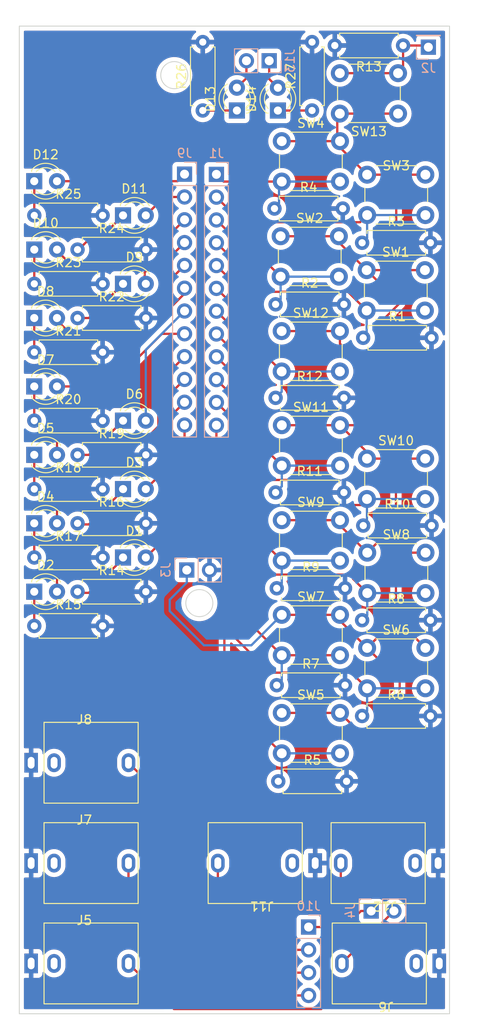
<source format=kicad_pcb>
(kicad_pcb (version 20211014) (generator pcbnew)
  (layers (0 "F.Cu" signal) (31 "B.Cu" signal) (34 "B.Paste" user) (35 "F.Paste" user) (36 "B.SilkS" user "B.Silkscreen") (37 "F.SilkS" user "F.Silkscreen") (38 "B.Mask" user) (39 "F.Mask" user) (44 "Edge.Cuts" user))
  (net 0 "")
  (net 1 "Net-(D1-Pad1)")
  (net 2 "Net-(D1-Pad2)")
  (net 3 "Net-(D2-Pad1)")
  (net 4 "Net-(D2-Pad2)")
  (net 5 "Net-(D3-Pad1)")
  (net 6 "Net-(D3-Pad2)")
  (net 7 "Net-(D4-Pad1)")
  (net 8 "Net-(D4-Pad2)")
  (net 9 "Net-(D5-Pad1)")
  (net 10 "Net-(D5-Pad2)")
  (net 11 "Net-(D6-Pad1)")
  (net 12 "Net-(D6-Pad2)")
  (net 13 "Net-(D7-Pad1)")
  (net 14 "Net-(D7-Pad2)")
  (net 15 "Net-(D8-Pad1)")
  (net 16 "Net-(D8-Pad2)")
  (net 17 "Net-(D9-Pad1)")
  (net 18 "Net-(D9-Pad2)")
  (net 19 "Net-(D10-Pad1)")
  (net 20 "Net-(D10-Pad2)")
  (net 21 "Net-(D11-Pad1)")
  (net 22 "Net-(D11-Pad2)")
  (net 23 "Net-(D12-Pad1)")
  (net 24 "Net-(D12-Pad2)")
  (net 25 "Net-(D13-Pad1)")
  (net 26 "Net-(D13-Pad2)")
  (net 27 "Net-(R4-Pad1)")
  (net 28 "Net-(R3-Pad1)")
  (net 29 "Net-(R2-Pad1)")
  (net 30 "Net-(R1-Pad1)")
  (net 31 "Net-(R12-Pad1)")
  (net 32 "Net-(R11-Pad1)")
  (net 33 "Net-(R10-Pad1)")
  (net 34 "Net-(R9-Pad1)")
  (net 35 "Net-(R8-Pad1)")
  (net 36 "Net-(R7-Pad1)")
  (net 37 "Net-(R6-Pad1)")
  (net 38 "Net-(R5-Pad1)")
  (net 39 "Net-(R13-Pad1)")
  (net 40 "+5V")
  (net 41 "GND")
  (net 42 "Net-(J10-Pad4)")
  (net 43 "Net-(J10-Pad3)")
  (net 44 "Net-(J10-Pad1)")
  (net 45 "Net-(J10-Pad2)")
  (net 46 "Net-(J4-Pad1)")
  (net 47 "Net-(J4-Pad2)")
  (net 48 "Net-(D14-Pad1)")
  (net 49 "Net-(D14-Pad2)")
  (footprint "Button_Switch_THT:SW_PUSH_6mm" (layer "F.Cu") (at 54.168 76.425)
    (fp_text reference "SW8")
    (fp_text value "SW_Push")
  )
  (footprint "Button_Switch_THT:SW_PUSH_6mm" (layer "F.Cu") (at 54.154 87.031)
    (fp_text reference "SW6")
    (fp_text value "SW_Push")
  )
  (footprint "Button_Switch_THT:SW_PUSH_6mm" (layer "F.Cu") (at 54.154 34.326)
    (fp_text reference "SW3")
    (fp_text value "SW_Push")
  )
  (footprint "Resistor_THT:R_Axial_DIN0207_L6.3mm_D2.5mm_P7.62mm_Horizontal" (layer "F.Cu") (at 17.018 54.102)
    (fp_text reference "R21")
    (fp_text value "220")
  )
  (footprint "Button_Switch_THT:SW_PUSH_6mm" (layer "F.Cu") (at 44.502 41.184)
    (fp_text reference "SW2")
    (fp_text value "SW_Push")
  )
  (footprint "Resistor_THT:R_Axial_DIN0207_L6.3mm_D2.5mm_P7.62mm_Horizontal" (layer "F.Cu") (at 58.166 19.939 180)
    (fp_text reference "R13")
    (fp_text value "10k")
  )
  (footprint "Button_Switch_THT:SW_PUSH_6mm" (layer "F.Cu") (at 54.102 44.958)
    (fp_text reference "SW1")
    (fp_text value "SW_Push")
  )
  (footprint "Button_Switch_THT:SW_PUSH_6mm" (layer "F.Cu") (at 44.629 30.594)
    (fp_text reference "SW4")
    (fp_text value "SW_Push")
  )
  (footprint "Eurorack:Thonkiconn" (layer "F.Cu") (at 56.261 122.174 180)
    (fp_text reference "J6")
    (fp_text value "AudioJack2")
  )
  (footprint "LED_THT:LED_D3.0mm" (layer "F.Cu") (at 17.013 50.292)
    (fp_text reference "D8")
    (fp_text value "LED")
  )
  (footprint "Resistor_THT:R_Axial_DIN0207_L6.3mm_D2.5mm_P7.62mm_Horizontal" (layer "F.Cu") (at 43.815 38.1)
    (fp_text reference "R4")
    (fp_text value "10k")
  )
  (footprint "LED_THT:LED_D3.0mm" (layer "F.Cu") (at 17.013 73.152)
    (fp_text reference "D4")
    (fp_text value "LED")
  )
  (footprint "Button_Switch_THT:SW_PUSH_6mm" (layer "F.Cu") (at 44.629 83.348)
    (fp_text reference "SW7")
    (fp_text value "SW_Push")
  )
  (footprint "Resistor_THT:R_Axial_DIN0207_L6.3mm_D2.5mm_P7.62mm_Horizontal" (layer "F.Cu") (at 17.018 38.862)
    (fp_text reference "R25")
    (fp_text value "220")
  )
  (footprint "Resistor_THT:R_Axial_DIN0207_L6.3mm_D2.5mm_P7.62mm_Horizontal" (layer "F.Cu") (at 17.018 69.342)
    (fp_text reference "R18")
    (fp_text value "220")
  )
  (footprint "Resistor_THT:R_Axial_DIN0207_L6.3mm_D2.5mm_P7.62mm_Horizontal" (layer "F.Cu") (at 21.844 50.292)
    (fp_text reference "R22")
    (fp_text value "220")
  )
  (footprint "Resistor_THT:R_Axial_DIN0207_L6.3mm_D2.5mm_P7.62mm_Horizontal" (layer "F.Cu") (at 21.844 80.772)
    (fp_text reference "R14")
    (fp_text value "220")
  )
  (footprint "LED_THT:LED_D3.0mm" (layer "F.Cu") (at 26.919 76.962)
    (fp_text reference "D1")
    (fp_text value "LED")
  )
  (footprint "Resistor_THT:R_Axial_DIN0207_L6.3mm_D2.5mm_P7.62mm_Horizontal" (layer "F.Cu") (at 53.721 73.406)
    (fp_text reference "R10")
    (fp_text value "10k")
  )
  (footprint "Resistor_THT:R_Axial_DIN0207_L6.3mm_D2.5mm_P7.62mm_Horizontal" (layer "F.Cu") (at 44.069 80.391)
    (fp_text reference "R9")
    (fp_text value "10k")
  )
  (footprint "Resistor_THT:R_Axial_DIN0207_L6.3mm_D2.5mm_P7.62mm_Horizontal" (layer "F.Cu") (at 43.942 69.723)
    (fp_text reference "R11")
    (fp_text value "10k")
  )
  (footprint "Eurorack:Thonkiconn" (layer "F.Cu") (at 56.134 110.998 180)
    (fp_text reference "J12")
    (fp_text value "AudioJack2")
  )
  (footprint "Eurorack:Thonkiconn" (layer "F.Cu") (at 22.606 99.822)
    (fp_text reference "J8")
    (fp_text value "AudioJack2")
  )
  (footprint "Resistor_THT:R_Axial_DIN0207_L6.3mm_D2.5mm_P7.62mm_Horizontal" (layer "F.Cu") (at 44.239 101.892)
    (fp_text reference "R5")
    (fp_text value "10k")
  )
  (footprint "Button_Switch_THT:SW_PUSH_6mm" (layer "F.Cu") (at 44.618 51.746)
    (fp_text reference "SW12")
    (fp_text value "SW_Push")
  )
  (footprint "Resistor_THT:R_Axial_DIN0207_L6.3mm_D2.5mm_P7.62mm_Horizontal" (layer "F.Cu") (at 21.844 65.532)
    (fp_text reference "R19")
    (fp_text value "220")
  )
  (footprint "LED_THT:LED_D3.0mm" (layer "F.Cu") (at 44.196 27.183 90)
    (fp_text reference "D14")
    (fp_text value "LED")
  )
  (footprint "Resistor_THT:R_Axial_DIN0207_L6.3mm_D2.5mm_P7.62mm_Horizontal" (layer "F.Cu") (at 35.814 27.178 90)
    (fp_text reference "R26")
    (fp_text value "220")
  )
  (footprint "LED_THT:LED_D3.0mm" (layer "F.Cu") (at 17.013 57.912)
    (fp_text reference "D7")
    (fp_text value "LED")
  )
  (footprint "Button_Switch_THT:SW_PUSH_6mm" (layer "F.Cu") (at 44.635 62.229)
    (fp_text reference "SW11")
    (fp_text value "SW_Push")
  )
  (footprint "Resistor_THT:R_Axial_DIN0207_L6.3mm_D2.5mm_P7.62mm_Horizontal" (layer "F.Cu") (at 43.942 59.182)
    (fp_text reference "R12")
    (fp_text value "10k")
  )
  (footprint "Eurorack:Thonkiconn" (layer "F.Cu") (at 22.606 122.174)
    (fp_text reference "J5")
    (fp_text value "AudioJack2")
  )
  (footprint "LED_THT:LED_D3.0mm" (layer "F.Cu") (at 39.624 27.178 90)
    (fp_text reference "D13")
    (fp_text value "LED")
  )
  (footprint "LED_THT:LED_D3.0mm" (layer "F.Cu") (at 17.013 65.532)
    (fp_text reference "D5")
    (fp_text value "LED")
  )
  (footprint "Resistor_THT:R_Axial_DIN0207_L6.3mm_D2.5mm_P7.62mm_Horizontal" (layer "F.Cu") (at 43.942 48.768)
    (fp_text reference "R2")
    (fp_text value "10k")
  )
  (footprint "Resistor_THT:R_Axial_DIN0207_L6.3mm_D2.5mm_P7.62mm_Horizontal" (layer "F.Cu") (at 44.069 91.186)
    (fp_text reference "R7")
    (fp_text value "10k")
  )
  (footprint "Resistor_THT:R_Axial_DIN0207_L6.3mm_D2.5mm_P7.62mm_Horizontal" (layer "F.Cu") (at 17.018 46.482)
    (fp_text reference "R23")
    (fp_text value "220")
  )
  (footprint "LED_THT:LED_D3.0mm" (layer "F.Cu") (at 17.018 42.672)
    (fp_text reference "D10")
    (fp_text value "LED")
  )
  (footprint "Resistor_THT:R_Axial_DIN0207_L6.3mm_D2.5mm_P7.62mm_Horizontal" (layer "F.Cu") (at 17.018 84.582)
    (fp_text reference "R15")
    (fp_text value "220")
  )
  (footprint "LED_THT:LED_D3.0mm" (layer "F.Cu") (at 26.919 69.342)
    (fp_text reference "D3")
    (fp_text value "LED")
  )
  (footprint "Resistor_THT:R_Axial_DIN0207_L6.3mm_D2.5mm_P7.62mm_Horizontal" (layer "F.Cu") (at 21.844 73.152)
    (fp_text reference "R16")
    (fp_text value "220")
  )
  (footprint "Button_Switch_THT:SW_PUSH_6mm" (layer "F.Cu") (at 57.606 27.523 180)
    (fp_text reference "SW13")
    (fp_text value "SW_Push")
  )
  (footprint "Button_Switch_THT:SW_PUSH_6mm" (layer "F.Cu") (at 44.629 94.27)
    (fp_text reference "SW5")
    (fp_text value "SW_Push")
  )
  (footprint "Button_Switch_THT:SW_PUSH_6mm" (layer "F.Cu") (at 54.134 65.949)
    (fp_text reference "SW10")
    (fp_text value "SW_Push")
  )
  (footprint "LED_THT:LED_D3.0mm" (layer "F.Cu") (at 17.013 35.052)
    (fp_text reference "D12")
    (fp_text value "LED")
  )
  (footprint "Resistor_THT:R_Axial_DIN0207_L6.3mm_D2.5mm_P7.62mm_Horizontal" (layer "F.Cu") (at 17.018 76.962)
    (fp_text reference "R17")
    (fp_text value "220")
  )
  (footprint "Resistor_THT:R_Axial_DIN0207_L6.3mm_D2.5mm_P7.62mm_Horizontal" (layer "F.Cu") (at 17.018 61.722)
    (fp_text reference "R20")
    (fp_text value "220")
  )
  (footprint "LED_THT:LED_D3.0mm" (layer "F.Cu") (at 26.919 46.482)
    (fp_text reference "D9")
    (fp_text value "LED")
  )
  (footprint "Eurorack:Thonkiconn" (layer "F.Cu") (at 22.606 110.998)
    (fp_text reference "J7")
    (fp_text value "AudioJack2")
  )
  (footprint "Resistor_THT:R_Axial_DIN0207_L6.3mm_D2.5mm_P7.62mm_Horizontal" (layer "F.Cu") (at 21.844 42.672)
    (fp_text reference "R24")
    (fp_text value "220")
  )
  (footprint "LED_THT:LED_D3.0mm" (layer "F.Cu") (at 26.919 61.722)
    (fp_text reference "D6")
    (fp_text value "LED")
  )
  (footprint "Resistor_THT:R_Axial_DIN0207_L6.3mm_D2.5mm_P7.62mm_Horizontal" (layer "F.Cu") (at 48.006 27.178 90)
    (fp_text reference "R27")
    (fp_text value "220")
  )
  (footprint "Eurorack:Thonkiconn" (layer "F.Cu") (at 42.418 110.998 180)
    (fp_text reference "J11")
    (fp_text value "AudioJack2")
  )
  (footprint "LED_THT:LED_D3.0mm" (layer "F.Cu") (at 26.919 38.862)
    (fp_text reference "D11")
    (fp_text value "LED")
  )
  (footprint "Resistor_THT:R_Axial_DIN0207_L6.3mm_D2.5mm_P7.62mm_Horizontal" (layer "F.Cu") (at 53.594 41.91)
    (fp_text reference "R3")
    (fp_text value "10k")
  )
  (footprint "Resistor_THT:R_Axial_DIN0207_L6.3mm_D2.5mm_P7.62mm_Horizontal" (layer "F.Cu") (at 53.594 94.615)
    (fp_text reference "R6")
    (fp_text value "10k")
  )
  (footprint "LED_THT:LED_D3.0mm" (layer "F.Cu") (at 17.013 80.772)
    (fp_text reference "D2")
    (fp_text value "LED")
  )
  (footprint "Resistor_THT:R_Axial_DIN0207_L6.3mm_D2.5mm_P7.62mm_Horizontal" (layer "F.Cu") (at 53.712 52.494)
    (fp_text reference "R1")
    (fp_text value "10k")
  )
  (footprint "Resistor_THT:R_Axial_DIN0207_L6.3mm_D2.5mm_P7.62mm_Horizontal" (layer "F.Cu") (at 53.594 83.947)
    (fp_text reference "R8")
    (fp_text value "10k")
  )
  (footprint "Button_Switch_THT:SW_PUSH_6mm" (layer "F.Cu") (at 44.629 72.807)
    (fp_text reference "SW9")
    (fp_text value "SW_Push")
  )
  (footprint "Connector_PinHeader_2.54mm:PinHeader_1x12_P2.54mm_Vertical" (layer "B.Cu") (at 37.338 34.29 180)
    (fp_text reference "J1")
    (fp_text value "Conn_01x12_Male")
  )
  (footprint "Connector_PinHeader_2.54mm:PinHeader_1x02_P2.54mm_Vertical" (layer "B.Cu") (at 43.227 21.64 90)
    (fp_text reference "J13")
    (fp_text value "Conn_01x02_Male")
  )
  (footprint "Connector_PinHeader_2.54mm:PinHeader_1x02_P2.54mm_Vertical" (layer "B.Cu") (at 34.031 78.359 -90)
    (fp_text reference "J3")
    (fp_text value "Conn_01x02_Male")
  )
  (footprint "Connector_PinHeader_2.54mm:PinHeader_1x04_P2.54mm_Vertical" (layer "B.Cu") (at 47.625 118.12 180)
    (fp_text reference "J10")
    (fp_text value "Conn_01x04_Male")
  )
  (footprint "Connector_PinHeader_2.54mm:PinHeader_1x12_P2.54mm_Vertical" (layer "B.Cu") (at 33.782 34.27 180)
    (fp_text reference "J9")
    (fp_text value "Conn_01x12_Male")
  )
  (footprint "Connector_PinHeader_2.54mm:PinHeader_1x02_P2.54mm_Vertical" (layer "B.Cu") (at 54.605 116.332 -90)
    (fp_text reference "J4")
    (fp_text value "Conn_01x02_Male")
  )
  (footprint "Connector_PinHeader_2.54mm:PinHeader_1x01_P2.54mm_Vertical" (layer "B.Cu") (at 60.986 20.128)
    (fp_text reference "J2")
    (fp_text value "Conn_01x01_Male")
  )
  (gr_circle (center 35.433 82.042) (end 36.943 82.042) (layer "Edge.Cuts") (width 0.1) (fill none))
  (gr_rect (start 15.346 17.78) (end 63.346 127.78) (layer "Edge.Cuts") (width 0.1) (fill none))
  (gr_circle (center 32.639 23.241) (end 34.149 23.241) (layer "Edge.Cuts") (width 0.1) (fill none))
  (segment (start 26.919 77.089) (end 23.109 80.899) (width 0.25) (layer "F.Cu") (net 1))
  (segment (start 23.109 80.899) (end 21.971 80.899) (width 0.25) (layer "F.Cu") (net 1))
  (segment (start 33.782 72.639) (end 29.459 76.962) (width 0.25) (layer "F.Cu") (net 2))
  (segment (start 33.782 62.21) (end 33.782 72.639) (width 0.25) (layer "F.Cu") (net 2))
  (segment (start 17.013 84.577) (end 17.018 84.582) (width 0.25) (layer "F.Cu") (net 3))
  (segment (start 17.013 80.772) (end 17.013 84.577) (width 0.25) (layer "F.Cu") (net 3))
  (segment (start 33.782 59.67) (end 32.004 61.448) (width 0.25) (layer "F.Cu") (net 4))
  (segment (start 26.162 71.628) (end 19.553 78.237) (width 0.25) (layer "F.Cu") (net 4))
  (segment (start 32.004 69.088) (end 29.464 71.628) (width 0.25) (layer "F.Cu") (net 4))
  (segment (start 32.004 61.448) (end 32.004 69.088) (width 0.25) (layer "F.Cu") (net 4))
  (segment (start 29.464 71.628) (end 26.162 71.628) (width 0.25) (layer "F.Cu") (net 4))
  (segment (start 19.553 78.237) (end 19.553 80.772) (width 0.25) (layer "F.Cu") (net 4))
  (segment (start 23.109 73.279) (end 21.971 73.279) (width 0.25) (layer "F.Cu") (net 5))
  (segment (start 26.919 69.469) (end 23.109 73.279) (width 0.25) (layer "F.Cu") (net 5))
  (segment (start 33.782 57.13) (end 31.496 59.416) (width 0.25) (layer "F.Cu") (net 6))
  (segment (start 31.496 59.416) (end 31.496 67.305) (width 0.25) (layer "F.Cu") (net 6))
  (segment (start 31.496 67.305) (end 29.459 69.342) (width 0.25) (layer "F.Cu") (net 6))
  (segment (start 17.013 76.957) (end 17.018 76.962) (width 0.25) (layer "F.Cu") (net 7))
  (segment (start 17.013 73.152) (end 17.013 76.957) (width 0.25) (layer "F.Cu") (net 7))
  (segment (start 17.018 73.157) (end 17.013 73.152) (width 0.25) (layer "F.Cu") (net 7))
  (segment (start 29.464 63.754) (end 26.289 63.754) (width 0.25) (layer "F.Cu") (net 8))
  (segment (start 26.289 63.754) (end 19.553 70.49) (width 0.25) (layer "F.Cu") (net 8))
  (segment (start 33.782 54.59) (end 30.861 57.511) (width 0.25) (layer "F.Cu") (net 8))
  (segment (start 19.553 70.49) (end 19.553 73.152) (width 0.25) (layer "F.Cu") (net 8))
  (segment (start 30.861 57.511) (end 30.861 62.357) (width 0.25) (layer "F.Cu") (net 8))
  (segment (start 30.861 62.357) (end 29.464 63.754) (width 0.25) (layer "F.Cu") (net 8))
  (segment (start 17.013 65.532) (end 17.013 69.337) (width 0.25) (layer "F.Cu") (net 9))
  (segment (start 17.018 65.537) (end 17.013 65.532) (width 0.25) (layer "F.Cu") (net 9))
  (segment (start 31.262 52.05) (end 19.553 63.759) (width 0.25) (layer "F.Cu") (net 10))
  (segment (start 19.553 63.759) (end 19.553 65.532) (width 0.25) (layer "F.Cu") (net 10))
  (segment (start 33.782 52.05) (end 31.262 52.05) (width 0.25) (layer "F.Cu") (net 10))
  (segment (start 23.109 65.532) (end 21.844 65.532) (width 0.25) (layer "F.Cu") (net 11))
  (segment (start 26.919 61.722) (end 23.109 65.532) (width 0.25) (layer "F.Cu") (net 11))
  (segment (start 29.459 53.833) (end 29.459 61.722) (width 0.25) (layer "B.Cu") (net 12))
  (segment (start 33.782 49.51) (end 29.459 53.833) (width 0.25) (layer "B.Cu") (net 12))
  (segment (start 17.013 57.912) (end 17.013 61.717) (width 0.25) (layer "F.Cu") (net 13))
  (segment (start 33.782 46.97) (end 33.782 47.564991) (width 0.25) (layer "F.Cu") (net 14))
  (segment (start 22.987 57.912) (end 19.553 57.912) (width 0.25) (layer "F.Cu") (net 14))
  (segment (start 29.591 52.451) (end 28.448 52.451) (width 0.25) (layer "F.Cu") (net 14))
  (segment (start 33.782 47.564991) (end 30.861 50.485991) (width 0.25) (layer "F.Cu") (net 14))
  (segment (start 30.861 51.181) (end 29.591 52.451) (width 0.25) (layer "F.Cu") (net 14))
  (segment (start 28.448 52.451) (end 22.987 57.912) (width 0.25) (layer "F.Cu") (net 14))
  (segment (start 30.861 50.485991) (end 30.861 51.181) (width 0.25) (layer "F.Cu") (net 14))
  (segment (start 17.013 50.546) (end 17.013 54.351) (width 0.25) (layer "F.Cu") (net 15))
  (segment (start 17.013 54.351) (end 17.018 54.356) (width 0.25) (layer "F.Cu") (net 15))
  (segment (start 21.331 52.324) (end 19.553 50.546) (width 0.25) (layer "F.Cu") (net 16))
  (segment (start 27.432 48.387) (end 23.495 52.324) (width 0.25) (layer "F.Cu") (net 16))
  (segment (start 33.782 44.43) (end 29.825 48.387) (width 0.25) (layer "F.Cu") (net 16))
  (segment (start 29.825 48.387) (end 27.432 48.387) (width 0.25) (layer "F.Cu") (net 16))
  (segment (start 23.495 52.324) (end 21.331 52.324) (width 0.25) (layer "F.Cu") (net 16))
  (segment (start 23.109 50.292) (end 21.844 50.292) (width 0.25) (layer "F.Cu") (net 17))
  (segment (start 26.919 46.482) (end 23.109 50.292) (width 0.25) (layer "F.Cu") (net 17))
  (segment (start 33.782 41.89) (end 31.095 44.577) (width 0.25) (layer "F.Cu") (net 18))
  (segment (start 29.972 44.577) (end 29.332 45.217) (width 0.25) (layer "F.Cu") (net 18))
  (segment (start 31.095 44.577) (end 29.972 44.577) (width 0.25) (layer "F.Cu") (net 18))
  (segment (start 29.332 45.217) (end 29.332 46.609) (width 0.25) (layer "F.Cu") (net 18))
  (segment (start 17.018 46.482) (end 16.891 46.609) (width 0.25) (layer "F.Cu") (net 19))
  (segment (start 17.018 42.799) (end 17.018 46.482) (width 0.25) (layer "F.Cu") (net 19))
  (segment (start 27.051 41.021) (end 23.368 44.704) (width 0.25) (layer "F.Cu") (net 20))
  (segment (start 33.782 39.35) (end 32.111 41.021) (width 0.25) (layer "F.Cu") (net 20))
  (segment (start 21.463 44.704) (end 19.558 42.799) (width 0.25) (layer "F.Cu") (net 20))
  (segment (start 32.111 41.021) (end 27.051 41.021) (width 0.25) (layer "F.Cu") (net 20))
  (segment (start 23.368 44.704) (end 21.463 44.704) (width 0.25) (layer "F.Cu") (net 20))
  (segment (start 23.495 41.148) (end 24.633 41.148) (width 0.25) (layer "F.Cu") (net 21))
  (segment (start 21.844 42.799) (end 23.495 41.148) (width 0.25) (layer "F.Cu") (net 21))
  (segment (start 24.633 41.148) (end 26.919 38.862) (width 0.25) (layer "F.Cu") (net 21))
  (segment (start 31.511 36.81) (end 29.459 38.862) (width 0.25) (layer "F.Cu") (net 22))
  (segment (start 33.782 36.81) (end 31.511 36.81) (width 0.25) (layer "F.Cu") (net 22))
  (segment (start 17.018 38.862) (end 17.018 35.301) (width 0.25) (layer "F.Cu") (net 23))
  (segment (start 17.018 35.301) (end 17.267 35.052) (width 0.25) (layer "F.Cu") (net 23))
  (segment (start 33 35.052) (end 33.782 34.27) (width 0.25) (layer "F.Cu") (net 24))
  (segment (start 19.807 35.052) (end 33 35.052) (width 0.25) (layer "F.Cu") (net 24))
  (segment (start 39.624 27.178) (end 35.814 27.178) (width 0.25) (layer "F.Cu") (net 25))
  (segment (start 40.687 23.575) (end 39.624 24.638) (width 0.25) (layer "F.Cu") (net 26))
  (segment (start 40.687 21.64) (end 40.687 23.575) (width 0.25) (layer "F.Cu") (net 26))
  (segment (start 38.142 35.094) (end 37.338 34.29) (width 0.25) (layer "F.Cu") (net 27))
  (segment (start 44.323 35.094) (end 38.142 35.094) (width 0.25) (layer "F.Cu") (net 27))
  (segment (start 44.323 37.592) (end 43.815 38.1) (width 0.25) (layer "B.Cu") (net 27))
  (segment (start 44.323 35.094) (end 44.323 37.592) (width 0.25) (layer "B.Cu") (net 27))
  (segment (start 44.323 35.094) (end 50.823 35.094) (width 0.25) (layer "B.Cu") (net 27))
  (segment (start 53.356 39.624) (end 54.154 38.826) (width 0.25) (layer "F.Cu") (net 28))
  (segment (start 40.367 39.859) (end 43.58 39.859) (width 0.25) (layer "F.Cu") (net 28))
  (segment (start 37.338 36.83) (end 40.367 39.859) (width 0.25) (layer "F.Cu") (net 28))
  (segment (start 43.58 39.859) (end 43.815 39.624) (width 0.25) (layer "F.Cu") (net 28))
  (segment (start 43.815 39.624) (end 53.356 39.624) (width 0.25) (layer "F.Cu") (net 28))
  (segment (start 54.154 38.826) (end 60.654 38.826) (width 0.25) (layer "B.Cu") (net 28))
  (segment (start 54.154 38.826) (end 54.154 41.35) (width 0.25) (layer "B.Cu") (net 28))
  (segment (start 54.154 41.35) (end 53.594 41.91) (width 0.25) (layer "B.Cu") (net 28))
  (segment (start 42.037 43.219) (end 44.502 45.684) (width 0.25) (layer "F.Cu") (net 29))
  (segment (start 40.386 42.418) (end 42.037 42.418) (width 0.25) (layer "F.Cu") (net 29))
  (segment (start 42.037 42.418) (end 42.037 43.219) (width 0.25) (layer "F.Cu") (net 29))
  (segment (start 37.338 39.37) (end 40.386 42.418) (width 0.25) (layer "F.Cu") (net 29))
  (segment (start 44.502 45.684) (end 51.002 45.684) (width 0.25) (layer "B.Cu") (net 29))
  (segment (start 44.502 45.684) (end 44.502 48.208) (width 0.25) (layer "B.Cu") (net 29))
  (segment (start 44.502 48.208) (end 43.942 48.768) (width 0.25) (layer "B.Cu") (net 29))
  (segment (start 42.799 47.371) (end 52.015 47.371) (width 0.25) (layer "F.Cu") (net 30))
  (segment (start 37.338 41.91) (end 42.799 47.371) (width 0.25) (layer "F.Cu") (net 30))
  (segment (start 52.015 47.371) (end 54.102 49.458) (width 0.25) (layer "F.Cu") (net 30))
  (segment (start 54.102 49.458) (end 60.602 49.458) (width 0.25) (layer "B.Cu") (net 30))
  (segment (start 54.102 49.458) (end 54.102 52.104) (width 0.25) (layer "B.Cu") (net 30))
  (segment (start 54.102 52.104) (end 53.712 52.494) (width 0.25) (layer "B.Cu") (net 30))
  (segment (start 41.91 49.022) (end 41.91 53.538) (width 0.25) (layer "F.Cu") (net 31))
  (segment (start 37.338 44.45) (end 41.91 49.022) (width 0.25) (layer "F.Cu") (net 31))
  (segment (start 41.91 53.538) (end 44.618 56.246) (width 0.25) (layer "F.Cu") (net 31))
  (segment (start 44.618 56.246) (end 51.118 56.246) (width 0.25) (layer "B.Cu") (net 31))
  (segment (start 44.618 58.506) (end 43.942 59.182) (width 0.25) (layer "B.Cu") (net 31))
  (segment (start 44.618 56.246) (end 44.618 58.506) (width 0.25) (layer "B.Cu") (net 31))
  (segment (start 43.18 65.274) (end 44.635 66.729) (width 0.25) (layer "F.Cu") (net 32))
  (segment (start 38.513 48.165) (end 39.402 48.165) (width 0.25) (layer "F.Cu") (net 32))
  (segment (start 43.18 64.77) (end 43.18 65.274) (width 0.25) (layer "F.Cu") (net 32))
  (segment (start 39.402 48.165) (end 41.275 50.038) (width 0.25) (layer "F.Cu") (net 32))
  (segment (start 37.338 46.99) (end 38.513 48.165) (width 0.25) (layer "F.Cu") (net 32))
  (segment (start 41.275 62.865) (end 43.18 64.77) (width 0.25) (layer "F.Cu") (net 32))
  (segment (start 41.275 50.038) (end 41.275 62.865) (width 0.25) (layer "F.Cu") (net 32))
  (segment (start 44.635 66.729) (end 51.135 66.729) (width 0.25) (layer "B.Cu") (net 32))
  (segment (start 44.635 66.729) (end 44.635 69.03) (width 0.25) (layer "B.Cu") (net 32))
  (segment (start 44.635 69.03) (end 43.942 69.723) (width 0.25) (layer "B.Cu") (net 32))
  (segment (start 53.463 71.12) (end 54.134 70.449) (width 0.25) (layer "F.Cu") (net 33))
  (segment (start 40.64 65.786) (end 43.18 68.326) (width 0.25) (layer "F.Cu") (net 33))
  (segment (start 40.64 52.832) (end 40.64 65.786) (width 0.25) (layer "F.Cu") (net 33))
  (segment (start 43.18 68.326) (end 47.244 68.326) (width 0.25) (layer "F.Cu") (net 33))
  (segment (start 50.038 71.12) (end 53.463 71.12) (width 0.25) (layer "F.Cu") (net 33))
  (segment (start 37.338 49.53) (end 40.64 52.832) (width 0.25) (layer "F.Cu") (net 33))
  (segment (start 47.244 68.326) (end 50.038 71.12) (width 0.25) (layer "F.Cu") (net 33))
  (segment (start 54.134 70.449) (end 60.634 70.449) (width 0.25) (layer "B.Cu") (net 33))
  (segment (start 54.134 72.993) (end 53.721 73.406) (width 0.25) (layer "B.Cu") (net 33))
  (segment (start 54.134 70.449) (end 54.134 72.993) (width 0.25) (layer "B.Cu") (net 33))
  (segment (start 37.338 52.07) (end 40.19 54.922) (width 0.25) (layer "F.Cu") (net 34))
  (segment (start 40.19 54.922) (end 40.19 72.868) (width 0.25) (layer "F.Cu") (net 34))
  (segment (start 40.19 72.868) (end 44.629 77.307) (width 0.25) (layer "F.Cu") (net 34))
  (segment (start 44.629 77.307) (end 44.629 79.831) (width 0.25) (layer "B.Cu") (net 34))
  (segment (start 44.629 77.307) (end 51.129 77.307) (width 0.25) (layer "B.Cu") (net 34))
  (segment (start 44.629 79.831) (end 44.069 80.391) (width 0.25) (layer "B.Cu") (net 34))
  (segment (start 37.338 54.61) (end 39.624 56.896) (width 0.25) (layer "F.Cu") (net 35))
  (segment (start 52.578 78.867) (end 52.578 79.335) (width 0.25) (layer "F.Cu") (net 35))
  (segment (start 43.053 78.867) (end 52.578 78.867) (width 0.25) (layer "F.Cu") (net 35))
  (segment (start 39.624 75.438) (end 43.053 78.867) (width 0.25) (layer "F.Cu") (net 35))
  (segment (start 39.624 56.896) (end 39.624 75.438) (width 0.25) (layer "F.Cu") (net 35))
  (segment (start 52.578 79.335) (end 54.168 80.925) (width 0.25) (layer "F.Cu") (net 35))
  (segment (start 54.168 80.925) (end 60.668 80.925) (width 0.25) (layer "B.Cu") (net 35))
  (segment (start 54.168 83.373) (end 53.594 83.947) (width 0.25) (layer "B.Cu") (net 35))
  (segment (start 54.168 80.925) (end 54.168 83.373) (width 0.25) (layer "B.Cu") (net 35))
  (segment (start 51.129 87.848) (end 44.629 87.848) (width 0.25) (layer "F.Cu") (net 36))
  (segment (start 39.174 58.986) (end 39.174 82.393) (width 0.25) (layer "F.Cu") (net 36))
  (segment (start 37.338 57.15) (end 39.174 58.986) (width 0.25) (layer "F.Cu") (net 36))
  (segment (start 39.174 82.393) (end 44.629 87.848) (width 0.25) (layer "F.Cu") (net 36))
  (segment (start 44.629 87.848) (end 44.629 90.626) (width 0.25) (layer "B.Cu") (net 36))
  (segment (start 44.629 90.626) (end 44.069 91.186) (width 0.25) (layer "B.Cu") (net 36))
  (segment (start 38.724 85.206) (end 43.307 89.789) (width 0.25) (layer "F.Cu") (net 37))
  (segment (start 43.307 89.789) (end 52.705 89.789) (width 0.25) (layer "F.Cu") (net 37))
  (segment (start 38.724 61.076) (end 38.724 85.206) (width 0.25) (layer "F.Cu") (net 37))
  (segment (start 52.705 90.082) (end 54.154 91.531) (width 0.25) (layer "F.Cu") (net 37))
  (segment (start 52.705 89.789) (end 52.705 90.082) (width 0.25) (layer "F.Cu") (net 37))
  (segment (start 37.338 59.69) (end 38.724 61.076) (width 0.25) (layer "F.Cu") (net 37))
  (segment (start 54.154 94.055) (end 53.594 94.615) (width 0.25) (layer "B.Cu") (net 37))
  (segment (start 54.154 91.531) (end 54.154 94.055) (width 0.25) (layer "B.Cu") (net 37))
  (segment (start 54.154 91.531) (end 60.654 91.531) (width 0.25) (layer "B.Cu") (net 37))
  (segment (start 37.338 75.692) (end 38.227 76.581) (width 0.25) (layer "F.Cu") (net 38))
  (segment (start 37.338 62.23) (end 37.338 75.692) (width 0.25) (layer "F.Cu") (net 38))
  (segment (start 38.227 92.368) (end 44.629 98.77) (width 0.25) (layer "F.Cu") (net 38))
  (segment (start 38.227 76.581) (end 38.227 92.368) (width 0.25) (layer "F.Cu") (net 38))
  (segment (start 44.629 98.77) (end 51.129 98.77) (width 0.25) (layer "B.Cu") (net 38))
  (segment (start 44.629 98.77) (end 44.629 101.502) (width 0.25) (layer "B.Cu") (net 38))
  (segment (start 44.629 101.502) (end 44.239 101.892) (width 0.25) (layer "B.Cu") (net 38))
  (segment (start 60.797 19.939) (end 60.986 20.128) (width 0.25) (layer "F.Cu") (net 39))
  (segment (start 58.166 19.939) (end 58.166 22.463) (width 0.25) (layer "F.Cu") (net 39))
  (segment (start 58.166 22.463) (end 57.606 23.023) (width 0.25) (layer "F.Cu") (net 39))
  (segment (start 57.606 23.023) (end 51.106 23.023) (width 0.25) (layer "F.Cu") (net 39))
  (segment (start 58.166 19.939) (end 60.797 19.939) (width 0.25) (layer "F.Cu") (net 39))
  (segment (start 57.368 83.745) (end 57.368 83.817) (width 0.25) (layer "F.Cu") (net 40))
  (segment (start 55.699 74.894) (end 54.168 76.425) (width 0.25) (layer "F.Cu") (net 40))
  (segment (start 50.823 30.594) (end 50.823 27.806) (width 0.25) (layer "F.Cu") (net 40))
  (segment (start 44.629 94.27) (end 51.129 94.27) (width 0.25) (layer "F.Cu") (net 40))
  (segment (start 55.284 98.425) (end 51.129 94.27) (width 0.25) (layer "F.Cu") (net 40))
  (segment (start 56.007 58.928) (end 56.007 58.039) (width 0.25) (layer "F.Cu") (net 40))
  (segment (start 57.404 35.941) (end 55.789 34.326) (width 0.25) (layer "F.Cu") (net 40))
  (segment (start 56.769 93.030991) (end 56.769 98.425) (width 0.25) (layer "F.Cu") (net 40))
  (segment (start 54.154 34.326) (end 50.823 30.995) (width 0.25) (layer "F.Cu") (net 40))
  (segment (start 51.002 41.184) (end 44.502 41.184) (width 0.25) (layer "F.Cu") (net 40))
  (segment (start 57.658 44.958) (end 57.404 44.704) (width 0.25) (layer "F.Cu") (net 40))
  (segment (start 54.102 44.958) (end 51.002 41.858) (width 0.25) (layer "F.Cu") (net 40))
  (segment (start 60.668 76.425) (end 58.899 76.425) (width 0.25) (layer "F.Cu") (net 40))
  (segment (start 44.618 51.746) (end 51.118 51.746) (width 0.25) (layer "F.Cu") (net 40))
  (segment (start 55.789 34.326) (end 54.154 34.326) (width 0.25) (layer "F.Cu") (net 40))
  (segment (start 57.368 83.817) (end 54.154 87.031) (width 0.25) (layer "F.Cu") (net 40))
  (segment (start 51.002 41.858) (end 51.002 41.184) (width 0.25) (layer "F.Cu") (net 40))
  (segment (start 56.007 58.039) (end 51.118 53.15) (width 0.25) (layer "F.Cu") (net 40))
  (segment (start 54.154 87.031) (end 51.129 84.006) (width 0.25) (layer "F.Cu") (net 40))
  (segment (start 57.368 74.894) (end 57.368 65.949) (width 0.25) (layer "F.Cu") (net 40))
  (segment (start 56.007 50.419) (end 57.785 48.641) (width 0.25) (layer "F.Cu") (net 40))
  (segment (start 51.129 83.348) (end 44.629 83.348) (width 0.25) (layer "F.Cu") (net 40))
  (segment (start 51.106 27.523) (end 57.606 27.523) (width 0.25) (layer "F.Cu") (net 40))
  (segment (start 57.368 74.894) (end 55.699 74.894) (width 0.25) (layer "F.Cu") (net 40))
  (segment (start 55.789 34.326) (end 60.654 34.326) (width 0.25) (layer "F.Cu") (net 40))
  (segment (start 57.785 92.014991) (end 56.769 93.030991) (width 0.25) (layer "F.Cu") (net 40))
  (segment (start 56.769 98.425) (end 55.284 98.425) (width 0.25) (layer "F.Cu") (net 40))
  (segment (start 44.635 62.229) (end 51.135 62.229) (width 0.25) (layer "F.Cu") (net 40))
  (segment (start 44.629 72.807) (end 51.129 72.807) (width 0.25) (layer "F.Cu") (net 40))
  (segment (start 57.785 48.641) (end 54.102 44.958) (width 0.25) (layer "F.Cu") (net 40))
  (segment (start 57.368 83.745) (end 60.654 87.031) (width 0.25) (layer "F.Cu") (net 40))
  (segment (start 58.899 76.425) (end 57.368 74.894) (width 0.25) (layer "F.Cu") (net 40))
  (segment (start 57.368 74.894) (end 57.368 83.745) (width 0.25) (layer "F.Cu") (net 40))
  (segment (start 57.785 90.662) (end 57.785 92.014991) (width 0.25) (layer "F.Cu") (net 40))
  (segment (start 50.823 30.594) (end 44.323 30.594) (width 0.25) (layer "F.Cu") (net 40))
  (segment (start 54.134 65.228) (end 54.134 65.949) (width 0.25) (layer "F.Cu") (net 40))
  (segment (start 51.129 84.006) (end 51.129 83.348) (width 0.25) (layer "F.Cu") (net 40))
  (segment (start 51.129 73.386) (end 51.129 72.807) (width 0.25) (layer "F.Cu") (net 40))
  (segment (start 57.404 44.704) (end 57.404 35.941) (width 0.25) (layer "F.Cu") (net 40))
  (segment (start 56.007 58.039) (end 56.007 50.419) (width 0.25) (layer "F.Cu") (net 40))
  (segment (start 51.135 62.229) (end 52.706 62.229) (width 0.25) (layer "F.Cu") (net 40))
  (segment (start 50.823 27.806) (end 51.106 27.523) (width 0.25) (layer "F.Cu") (net 40))
  (segment (start 54.102 44.958) (end 57.658 44.958) (width 0.25) (layer "F.Cu") (net 40))
  (segment (start 50.823 30.995) (end 50.823 30.594) (width 0.25) (layer "F.Cu") (net 40))
  (segment (start 51.135 62.229) (end 54.134 65.228) (width 0.25) (layer "F.Cu") (net 40))
  (segment (start 54.154 87.031) (end 57.785 90.662) (width 0.25) (layer "F.Cu") (net 40))
  (segment (start 51.118 53.15) (end 51.118 51.746) (width 0.25) (layer "F.Cu") (net 40))
  (segment (start 57.368 65.949) (end 54.134 65.949) (width 0.25) (layer "F.Cu") (net 40))
  (segment (start 57.658 44.958) (end 60.602 44.958) (width 0.25) (layer "F.Cu") (net 40))
  (segment (start 60.634 65.949) (end 57.368 65.949) (width 0.25) (layer "F.Cu") (net 40))
  (segment (start 52.706 62.229) (end 56.007 58.928) (width 0.25) (layer "F.Cu") (net 40))
  (segment (start 54.168 76.425) (end 51.129 73.386) (width 0.25) (layer "F.Cu") (net 40))
  (segment (start 32.131 81.661) (end 32.131 82.931) (width 0.25) (layer "B.Cu") (net 40))
  (segment (start 41.236 86.741) (end 44.629 83.348) (width 0.25) (layer "B.Cu") (net 40))
  (segment (start 35.941 86.741) (end 41.236 86.741) (width 0.25) (layer "B.Cu") (net 40))
  (segment (start 34.031 79.761) (end 32.131 81.661) (width 0.25) (layer "B.Cu") (net 40))
  (segment (start 34.031 78.359) (end 34.031 79.761) (width 0.25) (layer "B.Cu") (net 40))
  (segment (start 32.131 82.931) (end 35.941 86.741) (width 0.25) (layer "B.Cu") (net 40))
  (segment (start 27.526 113.632) (end 39.634 125.74) (width 0.25) (layer "F.Cu") (net 42))
  (segment (start 27.526 110.998) (end 27.526 113.632) (width 0.25) (layer "F.Cu") (net 42))
  (segment (start 39.634 125.74) (end 47.625 125.74) (width 0.25) (layer "F.Cu") (net 42))
  (segment (start 27.526 99.822) (end 30.607 102.903) (width 0.25) (layer "F.Cu") (net 43))
  (segment (start 39.888 123.2) (end 47.625 123.2) (width 0.25) (layer "F.Cu") (net 43))
  (segment (start 30.607 113.919) (end 39.888 123.2) (width 0.25) (layer "F.Cu") (net 43))
  (segment (start 30.607 102.903) (end 30.607 113.919) (width 0.25) (layer "F.Cu") (net 43))
  (segment (start 49.139 118.12) (end 47.625 118.12) (width 0.25) (layer "F.Cu") (net 44))
  (segment (start 51.214 116.045) (end 49.139 118.12) (width 0.25) (layer "F.Cu") (net 44))
  (segment (start 51.214 110.617) (end 51.214 116.045) (width 0.25) (layer "F.Cu") (net 44))
  (segment (start 37.498 110.617) (end 37.498 116.746) (width 0.25) (layer "F.Cu") (net 45))
  (segment (start 41.412 120.66) (end 47.625 120.66) (width 0.25) (layer "F.Cu") (net 45))
  (segment (start 37.498 116.746) (end 41.412 120.66) (width 0.25) (layer "F.Cu") (net 45))
  (segment (start 49.022 127.254) (end 32.606 127.254) (width 0.25) (layer "F.Cu") (net 46))
  (segment (start 49.53 126.746) (end 49.022 127.254) (width 0.25) (layer "F.Cu") (net 46))
  (segment (start 54.605 116.332) (end 53.467 116.332) (width 0.25) (layer "F.Cu") (net 46))
  (segment (start 32.606 127.254) (end 27.526 122.174) (width 0.25) (layer "F.Cu") (net 46))
  (segment (start 53.467 116.332) (end 49.53 120.269) (width 0.25) (layer "F.Cu") (net 46))
  (segment (start 49.53 120.269) (end 49.53 126.746) (width 0.25) (layer "F.Cu") (net 46))
  (segment (start 51.557 121.92) (end 51.214 121.92) (width 0.25) (layer "F.Cu") (net 47))
  (segment (start 57.145 116.332) (end 51.557 121.92) (width 0.25) (layer "F.Cu") (net 47))
  (segment (start 44.196 27.183) (end 48.001 27.183) (width 0.25) (layer "F.Cu") (net 48))
  (segment (start 48.001 27.183) (end 48.006 27.178) (width 0.25) (layer "F.Cu") (net 48))
  (segment (start 43.227 23.674) (end 44.196 24.643) (width 0.25) (layer "F.Cu") (net 49))
  (segment (start 43.227 21.64) (end 43.227 23.674) (width 0.25) (layer "F.Cu") (net 49))
  (zone (net 41) (net_name "GND") (layer "F.Cu") (connect_pads (clearance 0.508)) (min_thickness 0.254) (fill yes (thermal_gap 0.508) (thermal_bridge_width 0.508))
    (polygon (pts (xy 63.754 128.016) (xy 14.986 128.016) (xy 14.986 17.526) (xy 63.754 17.526)))
  )
  (zone (net 41) (net_name "GND") (layer "B.Cu") (connect_pads (clearance 0.508)) (min_thickness 0.254) (fill yes (thermal_gap 0.508) (thermal_bridge_width 0.508))
    (polygon (pts (xy 64.008 128.27) (xy 14.732 128.27) (xy 14.732 17.272) (xy 64.008 17.272)))
  )
)
</source>
